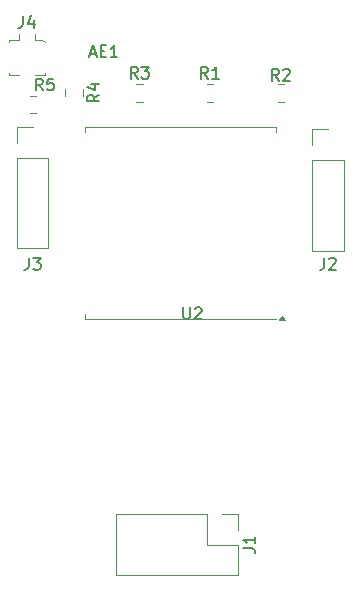
<source format=gbr>
%TF.GenerationSoftware,KiCad,Pcbnew,9.0.0*%
%TF.CreationDate,2025-03-23T12:51:39+01:00*%
%TF.ProjectId,ppicoV1,70706963-6f56-4312-9e6b-696361645f70,rev?*%
%TF.SameCoordinates,Original*%
%TF.FileFunction,Legend,Top*%
%TF.FilePolarity,Positive*%
%FSLAX46Y46*%
G04 Gerber Fmt 4.6, Leading zero omitted, Abs format (unit mm)*
G04 Created by KiCad (PCBNEW 9.0.0) date 2025-03-23 12:51:39*
%MOMM*%
%LPD*%
G01*
G04 APERTURE LIST*
%ADD10C,0.150000*%
%ADD11C,0.120000*%
G04 APERTURE END LIST*
D10*
X126370833Y-54274819D02*
X126037500Y-53798628D01*
X125799405Y-54274819D02*
X125799405Y-53274819D01*
X125799405Y-53274819D02*
X126180357Y-53274819D01*
X126180357Y-53274819D02*
X126275595Y-53322438D01*
X126275595Y-53322438D02*
X126323214Y-53370057D01*
X126323214Y-53370057D02*
X126370833Y-53465295D01*
X126370833Y-53465295D02*
X126370833Y-53608152D01*
X126370833Y-53608152D02*
X126323214Y-53703390D01*
X126323214Y-53703390D02*
X126275595Y-53751009D01*
X126275595Y-53751009D02*
X126180357Y-53798628D01*
X126180357Y-53798628D02*
X125799405Y-53798628D01*
X126704167Y-53274819D02*
X127323214Y-53274819D01*
X127323214Y-53274819D02*
X126989881Y-53655771D01*
X126989881Y-53655771D02*
X127132738Y-53655771D01*
X127132738Y-53655771D02*
X127227976Y-53703390D01*
X127227976Y-53703390D02*
X127275595Y-53751009D01*
X127275595Y-53751009D02*
X127323214Y-53846247D01*
X127323214Y-53846247D02*
X127323214Y-54084342D01*
X127323214Y-54084342D02*
X127275595Y-54179580D01*
X127275595Y-54179580D02*
X127227976Y-54227200D01*
X127227976Y-54227200D02*
X127132738Y-54274819D01*
X127132738Y-54274819D02*
X126847024Y-54274819D01*
X126847024Y-54274819D02*
X126751786Y-54227200D01*
X126751786Y-54227200D02*
X126704167Y-54179580D01*
X138333333Y-54454819D02*
X138000000Y-53978628D01*
X137761905Y-54454819D02*
X137761905Y-53454819D01*
X137761905Y-53454819D02*
X138142857Y-53454819D01*
X138142857Y-53454819D02*
X138238095Y-53502438D01*
X138238095Y-53502438D02*
X138285714Y-53550057D01*
X138285714Y-53550057D02*
X138333333Y-53645295D01*
X138333333Y-53645295D02*
X138333333Y-53788152D01*
X138333333Y-53788152D02*
X138285714Y-53883390D01*
X138285714Y-53883390D02*
X138238095Y-53931009D01*
X138238095Y-53931009D02*
X138142857Y-53978628D01*
X138142857Y-53978628D02*
X137761905Y-53978628D01*
X138714286Y-53550057D02*
X138761905Y-53502438D01*
X138761905Y-53502438D02*
X138857143Y-53454819D01*
X138857143Y-53454819D02*
X139095238Y-53454819D01*
X139095238Y-53454819D02*
X139190476Y-53502438D01*
X139190476Y-53502438D02*
X139238095Y-53550057D01*
X139238095Y-53550057D02*
X139285714Y-53645295D01*
X139285714Y-53645295D02*
X139285714Y-53740533D01*
X139285714Y-53740533D02*
X139238095Y-53883390D01*
X139238095Y-53883390D02*
X138666667Y-54454819D01*
X138666667Y-54454819D02*
X139285714Y-54454819D01*
X132333333Y-54274819D02*
X132000000Y-53798628D01*
X131761905Y-54274819D02*
X131761905Y-53274819D01*
X131761905Y-53274819D02*
X132142857Y-53274819D01*
X132142857Y-53274819D02*
X132238095Y-53322438D01*
X132238095Y-53322438D02*
X132285714Y-53370057D01*
X132285714Y-53370057D02*
X132333333Y-53465295D01*
X132333333Y-53465295D02*
X132333333Y-53608152D01*
X132333333Y-53608152D02*
X132285714Y-53703390D01*
X132285714Y-53703390D02*
X132238095Y-53751009D01*
X132238095Y-53751009D02*
X132142857Y-53798628D01*
X132142857Y-53798628D02*
X131761905Y-53798628D01*
X133285714Y-54274819D02*
X132714286Y-54274819D01*
X133000000Y-54274819D02*
X133000000Y-53274819D01*
X133000000Y-53274819D02*
X132904762Y-53417676D01*
X132904762Y-53417676D02*
X132809524Y-53512914D01*
X132809524Y-53512914D02*
X132714286Y-53560533D01*
X118333333Y-55274819D02*
X118000000Y-54798628D01*
X117761905Y-55274819D02*
X117761905Y-54274819D01*
X117761905Y-54274819D02*
X118142857Y-54274819D01*
X118142857Y-54274819D02*
X118238095Y-54322438D01*
X118238095Y-54322438D02*
X118285714Y-54370057D01*
X118285714Y-54370057D02*
X118333333Y-54465295D01*
X118333333Y-54465295D02*
X118333333Y-54608152D01*
X118333333Y-54608152D02*
X118285714Y-54703390D01*
X118285714Y-54703390D02*
X118238095Y-54751009D01*
X118238095Y-54751009D02*
X118142857Y-54798628D01*
X118142857Y-54798628D02*
X117761905Y-54798628D01*
X119238095Y-54274819D02*
X118761905Y-54274819D01*
X118761905Y-54274819D02*
X118714286Y-54751009D01*
X118714286Y-54751009D02*
X118761905Y-54703390D01*
X118761905Y-54703390D02*
X118857143Y-54655771D01*
X118857143Y-54655771D02*
X119095238Y-54655771D01*
X119095238Y-54655771D02*
X119190476Y-54703390D01*
X119190476Y-54703390D02*
X119238095Y-54751009D01*
X119238095Y-54751009D02*
X119285714Y-54846247D01*
X119285714Y-54846247D02*
X119285714Y-55084342D01*
X119285714Y-55084342D02*
X119238095Y-55179580D01*
X119238095Y-55179580D02*
X119190476Y-55227200D01*
X119190476Y-55227200D02*
X119095238Y-55274819D01*
X119095238Y-55274819D02*
X118857143Y-55274819D01*
X118857143Y-55274819D02*
X118761905Y-55227200D01*
X118761905Y-55227200D02*
X118714286Y-55179580D01*
X123134819Y-55629166D02*
X122658628Y-55962499D01*
X123134819Y-56200594D02*
X122134819Y-56200594D01*
X122134819Y-56200594D02*
X122134819Y-55819642D01*
X122134819Y-55819642D02*
X122182438Y-55724404D01*
X122182438Y-55724404D02*
X122230057Y-55676785D01*
X122230057Y-55676785D02*
X122325295Y-55629166D01*
X122325295Y-55629166D02*
X122468152Y-55629166D01*
X122468152Y-55629166D02*
X122563390Y-55676785D01*
X122563390Y-55676785D02*
X122611009Y-55724404D01*
X122611009Y-55724404D02*
X122658628Y-55819642D01*
X122658628Y-55819642D02*
X122658628Y-56200594D01*
X122468152Y-54772023D02*
X123134819Y-54772023D01*
X122087200Y-55010118D02*
X122801485Y-55248213D01*
X122801485Y-55248213D02*
X122801485Y-54629166D01*
X116666666Y-48954819D02*
X116666666Y-49669104D01*
X116666666Y-49669104D02*
X116619047Y-49811961D01*
X116619047Y-49811961D02*
X116523809Y-49907200D01*
X116523809Y-49907200D02*
X116380952Y-49954819D01*
X116380952Y-49954819D02*
X116285714Y-49954819D01*
X117571428Y-49288152D02*
X117571428Y-49954819D01*
X117333333Y-48907200D02*
X117095238Y-49621485D01*
X117095238Y-49621485D02*
X117714285Y-49621485D01*
X117166666Y-69454819D02*
X117166666Y-70169104D01*
X117166666Y-70169104D02*
X117119047Y-70311961D01*
X117119047Y-70311961D02*
X117023809Y-70407200D01*
X117023809Y-70407200D02*
X116880952Y-70454819D01*
X116880952Y-70454819D02*
X116785714Y-70454819D01*
X117547619Y-69454819D02*
X118166666Y-69454819D01*
X118166666Y-69454819D02*
X117833333Y-69835771D01*
X117833333Y-69835771D02*
X117976190Y-69835771D01*
X117976190Y-69835771D02*
X118071428Y-69883390D01*
X118071428Y-69883390D02*
X118119047Y-69931009D01*
X118119047Y-69931009D02*
X118166666Y-70026247D01*
X118166666Y-70026247D02*
X118166666Y-70264342D01*
X118166666Y-70264342D02*
X118119047Y-70359580D01*
X118119047Y-70359580D02*
X118071428Y-70407200D01*
X118071428Y-70407200D02*
X117976190Y-70454819D01*
X117976190Y-70454819D02*
X117690476Y-70454819D01*
X117690476Y-70454819D02*
X117595238Y-70407200D01*
X117595238Y-70407200D02*
X117547619Y-70359580D01*
X142166666Y-69454819D02*
X142166666Y-70169104D01*
X142166666Y-70169104D02*
X142119047Y-70311961D01*
X142119047Y-70311961D02*
X142023809Y-70407200D01*
X142023809Y-70407200D02*
X141880952Y-70454819D01*
X141880952Y-70454819D02*
X141785714Y-70454819D01*
X142595238Y-69550057D02*
X142642857Y-69502438D01*
X142642857Y-69502438D02*
X142738095Y-69454819D01*
X142738095Y-69454819D02*
X142976190Y-69454819D01*
X142976190Y-69454819D02*
X143071428Y-69502438D01*
X143071428Y-69502438D02*
X143119047Y-69550057D01*
X143119047Y-69550057D02*
X143166666Y-69645295D01*
X143166666Y-69645295D02*
X143166666Y-69740533D01*
X143166666Y-69740533D02*
X143119047Y-69883390D01*
X143119047Y-69883390D02*
X142547619Y-70454819D01*
X142547619Y-70454819D02*
X143166666Y-70454819D01*
X130238095Y-73654819D02*
X130238095Y-74464342D01*
X130238095Y-74464342D02*
X130285714Y-74559580D01*
X130285714Y-74559580D02*
X130333333Y-74607200D01*
X130333333Y-74607200D02*
X130428571Y-74654819D01*
X130428571Y-74654819D02*
X130619047Y-74654819D01*
X130619047Y-74654819D02*
X130714285Y-74607200D01*
X130714285Y-74607200D02*
X130761904Y-74559580D01*
X130761904Y-74559580D02*
X130809523Y-74464342D01*
X130809523Y-74464342D02*
X130809523Y-73654819D01*
X131238095Y-73750057D02*
X131285714Y-73702438D01*
X131285714Y-73702438D02*
X131380952Y-73654819D01*
X131380952Y-73654819D02*
X131619047Y-73654819D01*
X131619047Y-73654819D02*
X131714285Y-73702438D01*
X131714285Y-73702438D02*
X131761904Y-73750057D01*
X131761904Y-73750057D02*
X131809523Y-73845295D01*
X131809523Y-73845295D02*
X131809523Y-73940533D01*
X131809523Y-73940533D02*
X131761904Y-74083390D01*
X131761904Y-74083390D02*
X131190476Y-74654819D01*
X131190476Y-74654819D02*
X131809523Y-74654819D01*
X122333333Y-52169104D02*
X122809523Y-52169104D01*
X122238095Y-52454819D02*
X122571428Y-51454819D01*
X122571428Y-51454819D02*
X122904761Y-52454819D01*
X123238095Y-51931009D02*
X123571428Y-51931009D01*
X123714285Y-52454819D02*
X123238095Y-52454819D01*
X123238095Y-52454819D02*
X123238095Y-51454819D01*
X123238095Y-51454819D02*
X123714285Y-51454819D01*
X124666666Y-52454819D02*
X124095238Y-52454819D01*
X124380952Y-52454819D02*
X124380952Y-51454819D01*
X124380952Y-51454819D02*
X124285714Y-51597676D01*
X124285714Y-51597676D02*
X124190476Y-51692914D01*
X124190476Y-51692914D02*
X124095238Y-51740533D01*
X135324819Y-94063333D02*
X136039104Y-94063333D01*
X136039104Y-94063333D02*
X136181961Y-94110952D01*
X136181961Y-94110952D02*
X136277200Y-94206190D01*
X136277200Y-94206190D02*
X136324819Y-94349047D01*
X136324819Y-94349047D02*
X136324819Y-94444285D01*
X136324819Y-93063333D02*
X136324819Y-93634761D01*
X136324819Y-93349047D02*
X135324819Y-93349047D01*
X135324819Y-93349047D02*
X135467676Y-93444285D01*
X135467676Y-93444285D02*
X135562914Y-93539523D01*
X135562914Y-93539523D02*
X135610533Y-93634761D01*
D11*
%TO.C,R3*%
X126276248Y-54765000D02*
X126798752Y-54765000D01*
X126276248Y-56235000D02*
X126798752Y-56235000D01*
%TO.C,R2*%
X138761252Y-56235000D02*
X138238748Y-56235000D01*
X138761252Y-54765000D02*
X138238748Y-54765000D01*
%TO.C,R1*%
X132238748Y-54765000D02*
X132761252Y-54765000D01*
X132238748Y-56235000D02*
X132761252Y-56235000D01*
%TO.C,R5*%
X117238748Y-55765000D02*
X117761252Y-55765000D01*
X117238748Y-57235000D02*
X117761252Y-57235000D01*
%TO.C,R4*%
X121735000Y-55201248D02*
X121735000Y-55723752D01*
X120265000Y-55201248D02*
X120265000Y-55723752D01*
%TO.C,J4*%
X115500000Y-51000000D02*
X116300000Y-51000000D01*
X115500000Y-51200000D02*
X115500000Y-51000000D01*
X115500000Y-54000000D02*
X115500000Y-53800000D01*
X116300000Y-51000000D02*
X116300000Y-50500000D01*
X116300000Y-54000000D02*
X115500000Y-54000000D01*
X117700000Y-51000000D02*
X117700000Y-50500000D01*
X117700000Y-51000000D02*
X118300000Y-51000000D01*
X118300000Y-51000000D02*
X118500000Y-51200000D01*
X118500000Y-53800000D02*
X118500000Y-54000000D01*
X118500000Y-54000000D02*
X117700000Y-54000000D01*
%TO.C,J3*%
X116170000Y-58370000D02*
X117500000Y-58370000D01*
X116170000Y-59700000D02*
X116170000Y-58370000D01*
X116170000Y-60970000D02*
X116170000Y-68650000D01*
X116170000Y-60970000D02*
X118830000Y-60970000D01*
X116170000Y-68650000D02*
X118830000Y-68650000D01*
X118830000Y-60970000D02*
X118830000Y-68650000D01*
%TO.C,J2*%
X141170000Y-58590000D02*
X142500000Y-58590000D01*
X141170000Y-59920000D02*
X141170000Y-58590000D01*
X141170000Y-61190000D02*
X141170000Y-68870000D01*
X141170000Y-61190000D02*
X143830000Y-61190000D01*
X141170000Y-68870000D02*
X143830000Y-68870000D01*
X143830000Y-61190000D02*
X143830000Y-68870000D01*
%TO.C,U2*%
X121900000Y-58400000D02*
X121900000Y-58800000D01*
X121900000Y-74600000D02*
X121900000Y-74200000D01*
X138100000Y-58400000D02*
X121900000Y-58400000D01*
X138100000Y-58800000D02*
X138100000Y-58400000D01*
X138100000Y-74600000D02*
X121900000Y-74600000D01*
X138840000Y-74736000D02*
X138360000Y-74736000D01*
X138600000Y-74400000D01*
X138840000Y-74736000D01*
G36*
X138840000Y-74736000D02*
G01*
X138360000Y-74736000D01*
X138600000Y-74400000D01*
X138840000Y-74736000D01*
G37*
%TO.C,J1*%
X124590000Y-91130000D02*
X124590000Y-96330000D01*
X132270000Y-91130000D02*
X124590000Y-91130000D01*
X132270000Y-91130000D02*
X132270000Y-93730000D01*
X132270000Y-93730000D02*
X134870000Y-93730000D01*
X133540000Y-91130000D02*
X134870000Y-91130000D01*
X134870000Y-91130000D02*
X134870000Y-92460000D01*
X134870000Y-93730000D02*
X134870000Y-96330000D01*
X134870000Y-96330000D02*
X124590000Y-96330000D01*
%TD*%
M02*

</source>
